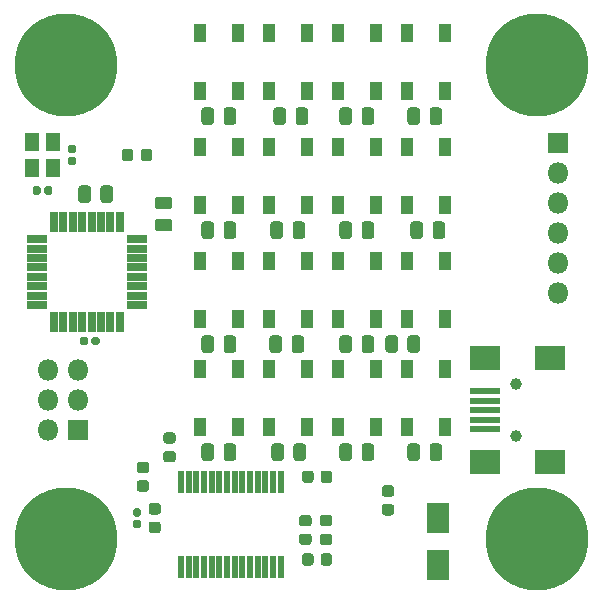
<source format=gbr>
%TF.GenerationSoftware,KiCad,Pcbnew,(5.1.6)-1*%
%TF.CreationDate,2020-07-28T23:07:53-07:00*%
%TF.ProjectId,Atmel,41746d65-6c2e-46b6-9963-61645f706362,rev?*%
%TF.SameCoordinates,Original*%
%TF.FileFunction,Soldermask,Top*%
%TF.FilePolarity,Negative*%
%FSLAX46Y46*%
G04 Gerber Fmt 4.6, Leading zero omitted, Abs format (unit mm)*
G04 Created by KiCad (PCBNEW (5.1.6)-1) date 2020-07-28 23:07:53*
%MOMM*%
%LPD*%
G01*
G04 APERTURE LIST*
%ADD10C,8.700000*%
%ADD11C,1.000000*%
%ADD12R,1.100000X1.600000*%
%ADD13R,1.900000X2.600000*%
%ADD14R,1.800000X1.800000*%
%ADD15O,1.800000X1.800000*%
%ADD16R,2.600000X2.100000*%
%ADD17R,2.600000X0.600000*%
%ADD18R,0.650000X1.700000*%
%ADD19R,1.700000X0.650000*%
%ADD20R,0.550000X1.850000*%
%ADD21R,1.300000X1.500000*%
G04 APERTURE END LIST*
D10*
%TO.C,H4*%
X69850000Y-113030000D03*
D11*
X73075000Y-113030000D03*
X72130419Y-115310419D03*
X69850000Y-116255000D03*
X67569581Y-115310419D03*
X66625000Y-113030000D03*
X67569581Y-110749581D03*
X69850000Y-109805000D03*
X72130419Y-110749581D03*
%TD*%
%TO.C,C1*%
G36*
G01*
X32100000Y-83338750D02*
X32100000Y-84301250D01*
G75*
G02*
X31831250Y-84570000I-268750J0D01*
G01*
X31293750Y-84570000D01*
G75*
G02*
X31025000Y-84301250I0J268750D01*
G01*
X31025000Y-83338750D01*
G75*
G02*
X31293750Y-83070000I268750J0D01*
G01*
X31831250Y-83070000D01*
G75*
G02*
X32100000Y-83338750I0J-268750D01*
G01*
G37*
G36*
G01*
X33975000Y-83338750D02*
X33975000Y-84301250D01*
G75*
G02*
X33706250Y-84570000I-268750J0D01*
G01*
X33168750Y-84570000D01*
G75*
G02*
X32900000Y-84301250I0J268750D01*
G01*
X32900000Y-83338750D01*
G75*
G02*
X33168750Y-83070000I268750J0D01*
G01*
X33706250Y-83070000D01*
G75*
G02*
X33975000Y-83338750I0J-268750D01*
G01*
G37*
%TD*%
%TO.C,C2*%
G36*
G01*
X32140000Y-96447500D02*
X32140000Y-96052500D01*
G75*
G02*
X32312500Y-95880000I172500J0D01*
G01*
X32657500Y-95880000D01*
G75*
G02*
X32830000Y-96052500I0J-172500D01*
G01*
X32830000Y-96447500D01*
G75*
G02*
X32657500Y-96620000I-172500J0D01*
G01*
X32312500Y-96620000D01*
G75*
G02*
X32140000Y-96447500I0J172500D01*
G01*
G37*
G36*
G01*
X31170000Y-96447500D02*
X31170000Y-96052500D01*
G75*
G02*
X31342500Y-95880000I172500J0D01*
G01*
X31687500Y-95880000D01*
G75*
G02*
X31860000Y-96052500I0J-172500D01*
G01*
X31860000Y-96447500D01*
G75*
G02*
X31687500Y-96620000I-172500J0D01*
G01*
X31342500Y-96620000D01*
G75*
G02*
X31170000Y-96447500I0J172500D01*
G01*
G37*
%TD*%
%TO.C,C3*%
G36*
G01*
X28830000Y-83302500D02*
X28830000Y-83697500D01*
G75*
G02*
X28657500Y-83870000I-172500J0D01*
G01*
X28312500Y-83870000D01*
G75*
G02*
X28140000Y-83697500I0J172500D01*
G01*
X28140000Y-83302500D01*
G75*
G02*
X28312500Y-83130000I172500J0D01*
G01*
X28657500Y-83130000D01*
G75*
G02*
X28830000Y-83302500I0J-172500D01*
G01*
G37*
G36*
G01*
X27860000Y-83302500D02*
X27860000Y-83697500D01*
G75*
G02*
X27687500Y-83870000I-172500J0D01*
G01*
X27342500Y-83870000D01*
G75*
G02*
X27170000Y-83697500I0J172500D01*
G01*
X27170000Y-83302500D01*
G75*
G02*
X27342500Y-83130000I172500J0D01*
G01*
X27687500Y-83130000D01*
G75*
G02*
X27860000Y-83302500I0J-172500D01*
G01*
G37*
%TD*%
%TO.C,C4*%
G36*
G01*
X30697500Y-80360000D02*
X30302500Y-80360000D01*
G75*
G02*
X30130000Y-80187500I0J172500D01*
G01*
X30130000Y-79842500D01*
G75*
G02*
X30302500Y-79670000I172500J0D01*
G01*
X30697500Y-79670000D01*
G75*
G02*
X30870000Y-79842500I0J-172500D01*
G01*
X30870000Y-80187500D01*
G75*
G02*
X30697500Y-80360000I-172500J0D01*
G01*
G37*
G36*
G01*
X30697500Y-81330000D02*
X30302500Y-81330000D01*
G75*
G02*
X30130000Y-81157500I0J172500D01*
G01*
X30130000Y-80812500D01*
G75*
G02*
X30302500Y-80640000I172500J0D01*
G01*
X30697500Y-80640000D01*
G75*
G02*
X30870000Y-80812500I0J-172500D01*
G01*
X30870000Y-81157500D01*
G75*
G02*
X30697500Y-81330000I-172500J0D01*
G01*
G37*
%TD*%
%TO.C,C5*%
G36*
G01*
X44401000Y-76734750D02*
X44401000Y-77697250D01*
G75*
G02*
X44132250Y-77966000I-268750J0D01*
G01*
X43594750Y-77966000D01*
G75*
G02*
X43326000Y-77697250I0J268750D01*
G01*
X43326000Y-76734750D01*
G75*
G02*
X43594750Y-76466000I268750J0D01*
G01*
X44132250Y-76466000D01*
G75*
G02*
X44401000Y-76734750I0J-268750D01*
G01*
G37*
G36*
G01*
X42526000Y-76734750D02*
X42526000Y-77697250D01*
G75*
G02*
X42257250Y-77966000I-268750J0D01*
G01*
X41719750Y-77966000D01*
G75*
G02*
X41451000Y-77697250I0J268750D01*
G01*
X41451000Y-76734750D01*
G75*
G02*
X41719750Y-76466000I268750J0D01*
G01*
X42257250Y-76466000D01*
G75*
G02*
X42526000Y-76734750I0J-268750D01*
G01*
G37*
%TD*%
%TO.C,C6*%
G36*
G01*
X48622000Y-76734750D02*
X48622000Y-77697250D01*
G75*
G02*
X48353250Y-77966000I-268750J0D01*
G01*
X47815750Y-77966000D01*
G75*
G02*
X47547000Y-77697250I0J268750D01*
G01*
X47547000Y-76734750D01*
G75*
G02*
X47815750Y-76466000I268750J0D01*
G01*
X48353250Y-76466000D01*
G75*
G02*
X48622000Y-76734750I0J-268750D01*
G01*
G37*
G36*
G01*
X50497000Y-76734750D02*
X50497000Y-77697250D01*
G75*
G02*
X50228250Y-77966000I-268750J0D01*
G01*
X49690750Y-77966000D01*
G75*
G02*
X49422000Y-77697250I0J268750D01*
G01*
X49422000Y-76734750D01*
G75*
G02*
X49690750Y-76466000I268750J0D01*
G01*
X50228250Y-76466000D01*
G75*
G02*
X50497000Y-76734750I0J-268750D01*
G01*
G37*
%TD*%
%TO.C,C7*%
G36*
G01*
X56085000Y-76734750D02*
X56085000Y-77697250D01*
G75*
G02*
X55816250Y-77966000I-268750J0D01*
G01*
X55278750Y-77966000D01*
G75*
G02*
X55010000Y-77697250I0J268750D01*
G01*
X55010000Y-76734750D01*
G75*
G02*
X55278750Y-76466000I268750J0D01*
G01*
X55816250Y-76466000D01*
G75*
G02*
X56085000Y-76734750I0J-268750D01*
G01*
G37*
G36*
G01*
X54210000Y-76734750D02*
X54210000Y-77697250D01*
G75*
G02*
X53941250Y-77966000I-268750J0D01*
G01*
X53403750Y-77966000D01*
G75*
G02*
X53135000Y-77697250I0J268750D01*
G01*
X53135000Y-76734750D01*
G75*
G02*
X53403750Y-76466000I268750J0D01*
G01*
X53941250Y-76466000D01*
G75*
G02*
X54210000Y-76734750I0J-268750D01*
G01*
G37*
%TD*%
%TO.C,C8*%
G36*
G01*
X59973500Y-76734750D02*
X59973500Y-77697250D01*
G75*
G02*
X59704750Y-77966000I-268750J0D01*
G01*
X59167250Y-77966000D01*
G75*
G02*
X58898500Y-77697250I0J268750D01*
G01*
X58898500Y-76734750D01*
G75*
G02*
X59167250Y-76466000I268750J0D01*
G01*
X59704750Y-76466000D01*
G75*
G02*
X59973500Y-76734750I0J-268750D01*
G01*
G37*
G36*
G01*
X61848500Y-76734750D02*
X61848500Y-77697250D01*
G75*
G02*
X61579750Y-77966000I-268750J0D01*
G01*
X61042250Y-77966000D01*
G75*
G02*
X60773500Y-77697250I0J268750D01*
G01*
X60773500Y-76734750D01*
G75*
G02*
X61042250Y-76466000I268750J0D01*
G01*
X61579750Y-76466000D01*
G75*
G02*
X61848500Y-76734750I0J-268750D01*
G01*
G37*
%TD*%
%TO.C,C9*%
G36*
G01*
X47371500Y-106145250D02*
X47371500Y-105182750D01*
G75*
G02*
X47640250Y-104914000I268750J0D01*
G01*
X48177750Y-104914000D01*
G75*
G02*
X48446500Y-105182750I0J-268750D01*
G01*
X48446500Y-106145250D01*
G75*
G02*
X48177750Y-106414000I-268750J0D01*
G01*
X47640250Y-106414000D01*
G75*
G02*
X47371500Y-106145250I0J268750D01*
G01*
G37*
G36*
G01*
X49246500Y-106145250D02*
X49246500Y-105182750D01*
G75*
G02*
X49515250Y-104914000I268750J0D01*
G01*
X50052750Y-104914000D01*
G75*
G02*
X50321500Y-105182750I0J-268750D01*
G01*
X50321500Y-106145250D01*
G75*
G02*
X50052750Y-106414000I-268750J0D01*
G01*
X49515250Y-106414000D01*
G75*
G02*
X49246500Y-106145250I0J268750D01*
G01*
G37*
%TD*%
%TO.C,C10*%
G36*
G01*
X55010000Y-106145250D02*
X55010000Y-105182750D01*
G75*
G02*
X55278750Y-104914000I268750J0D01*
G01*
X55816250Y-104914000D01*
G75*
G02*
X56085000Y-105182750I0J-268750D01*
G01*
X56085000Y-106145250D01*
G75*
G02*
X55816250Y-106414000I-268750J0D01*
G01*
X55278750Y-106414000D01*
G75*
G02*
X55010000Y-106145250I0J268750D01*
G01*
G37*
G36*
G01*
X53135000Y-106145250D02*
X53135000Y-105182750D01*
G75*
G02*
X53403750Y-104914000I268750J0D01*
G01*
X53941250Y-104914000D01*
G75*
G02*
X54210000Y-105182750I0J-268750D01*
G01*
X54210000Y-106145250D01*
G75*
G02*
X53941250Y-106414000I-268750J0D01*
G01*
X53403750Y-106414000D01*
G75*
G02*
X53135000Y-106145250I0J268750D01*
G01*
G37*
%TD*%
%TO.C,C11*%
G36*
G01*
X58898500Y-106145250D02*
X58898500Y-105182750D01*
G75*
G02*
X59167250Y-104914000I268750J0D01*
G01*
X59704750Y-104914000D01*
G75*
G02*
X59973500Y-105182750I0J-268750D01*
G01*
X59973500Y-106145250D01*
G75*
G02*
X59704750Y-106414000I-268750J0D01*
G01*
X59167250Y-106414000D01*
G75*
G02*
X58898500Y-106145250I0J268750D01*
G01*
G37*
G36*
G01*
X60773500Y-106145250D02*
X60773500Y-105182750D01*
G75*
G02*
X61042250Y-104914000I268750J0D01*
G01*
X61579750Y-104914000D01*
G75*
G02*
X61848500Y-105182750I0J-268750D01*
G01*
X61848500Y-106145250D01*
G75*
G02*
X61579750Y-106414000I-268750J0D01*
G01*
X61042250Y-106414000D01*
G75*
G02*
X60773500Y-106145250I0J268750D01*
G01*
G37*
%TD*%
%TO.C,C12*%
G36*
G01*
X44401000Y-86386750D02*
X44401000Y-87349250D01*
G75*
G02*
X44132250Y-87618000I-268750J0D01*
G01*
X43594750Y-87618000D01*
G75*
G02*
X43326000Y-87349250I0J268750D01*
G01*
X43326000Y-86386750D01*
G75*
G02*
X43594750Y-86118000I268750J0D01*
G01*
X44132250Y-86118000D01*
G75*
G02*
X44401000Y-86386750I0J-268750D01*
G01*
G37*
G36*
G01*
X42526000Y-86386750D02*
X42526000Y-87349250D01*
G75*
G02*
X42257250Y-87618000I-268750J0D01*
G01*
X41719750Y-87618000D01*
G75*
G02*
X41451000Y-87349250I0J268750D01*
G01*
X41451000Y-86386750D01*
G75*
G02*
X41719750Y-86118000I268750J0D01*
G01*
X42257250Y-86118000D01*
G75*
G02*
X42526000Y-86386750I0J-268750D01*
G01*
G37*
%TD*%
%TO.C,C13*%
G36*
G01*
X49168000Y-87349250D02*
X49168000Y-86386750D01*
G75*
G02*
X49436750Y-86118000I268750J0D01*
G01*
X49974250Y-86118000D01*
G75*
G02*
X50243000Y-86386750I0J-268750D01*
G01*
X50243000Y-87349250D01*
G75*
G02*
X49974250Y-87618000I-268750J0D01*
G01*
X49436750Y-87618000D01*
G75*
G02*
X49168000Y-87349250I0J268750D01*
G01*
G37*
G36*
G01*
X47293000Y-87349250D02*
X47293000Y-86386750D01*
G75*
G02*
X47561750Y-86118000I268750J0D01*
G01*
X48099250Y-86118000D01*
G75*
G02*
X48368000Y-86386750I0J-268750D01*
G01*
X48368000Y-87349250D01*
G75*
G02*
X48099250Y-87618000I-268750J0D01*
G01*
X47561750Y-87618000D01*
G75*
G02*
X47293000Y-87349250I0J268750D01*
G01*
G37*
%TD*%
%TO.C,C14*%
G36*
G01*
X55010000Y-87349250D02*
X55010000Y-86386750D01*
G75*
G02*
X55278750Y-86118000I268750J0D01*
G01*
X55816250Y-86118000D01*
G75*
G02*
X56085000Y-86386750I0J-268750D01*
G01*
X56085000Y-87349250D01*
G75*
G02*
X55816250Y-87618000I-268750J0D01*
G01*
X55278750Y-87618000D01*
G75*
G02*
X55010000Y-87349250I0J268750D01*
G01*
G37*
G36*
G01*
X53135000Y-87349250D02*
X53135000Y-86386750D01*
G75*
G02*
X53403750Y-86118000I268750J0D01*
G01*
X53941250Y-86118000D01*
G75*
G02*
X54210000Y-86386750I0J-268750D01*
G01*
X54210000Y-87349250D01*
G75*
G02*
X53941250Y-87618000I-268750J0D01*
G01*
X53403750Y-87618000D01*
G75*
G02*
X53135000Y-87349250I0J268750D01*
G01*
G37*
%TD*%
%TO.C,C15*%
G36*
G01*
X59152500Y-87349250D02*
X59152500Y-86386750D01*
G75*
G02*
X59421250Y-86118000I268750J0D01*
G01*
X59958750Y-86118000D01*
G75*
G02*
X60227500Y-86386750I0J-268750D01*
G01*
X60227500Y-87349250D01*
G75*
G02*
X59958750Y-87618000I-268750J0D01*
G01*
X59421250Y-87618000D01*
G75*
G02*
X59152500Y-87349250I0J268750D01*
G01*
G37*
G36*
G01*
X61027500Y-87349250D02*
X61027500Y-86386750D01*
G75*
G02*
X61296250Y-86118000I268750J0D01*
G01*
X61833750Y-86118000D01*
G75*
G02*
X62102500Y-86386750I0J-268750D01*
G01*
X62102500Y-87349250D01*
G75*
G02*
X61833750Y-87618000I-268750J0D01*
G01*
X61296250Y-87618000D01*
G75*
G02*
X61027500Y-87349250I0J268750D01*
G01*
G37*
%TD*%
%TO.C,C16*%
G36*
G01*
X41451000Y-97001250D02*
X41451000Y-96038750D01*
G75*
G02*
X41719750Y-95770000I268750J0D01*
G01*
X42257250Y-95770000D01*
G75*
G02*
X42526000Y-96038750I0J-268750D01*
G01*
X42526000Y-97001250D01*
G75*
G02*
X42257250Y-97270000I-268750J0D01*
G01*
X41719750Y-97270000D01*
G75*
G02*
X41451000Y-97001250I0J268750D01*
G01*
G37*
G36*
G01*
X43326000Y-97001250D02*
X43326000Y-96038750D01*
G75*
G02*
X43594750Y-95770000I268750J0D01*
G01*
X44132250Y-95770000D01*
G75*
G02*
X44401000Y-96038750I0J-268750D01*
G01*
X44401000Y-97001250D01*
G75*
G02*
X44132250Y-97270000I-268750J0D01*
G01*
X43594750Y-97270000D01*
G75*
G02*
X43326000Y-97001250I0J268750D01*
G01*
G37*
%TD*%
%TO.C,C17*%
G36*
G01*
X49089500Y-97001250D02*
X49089500Y-96038750D01*
G75*
G02*
X49358250Y-95770000I268750J0D01*
G01*
X49895750Y-95770000D01*
G75*
G02*
X50164500Y-96038750I0J-268750D01*
G01*
X50164500Y-97001250D01*
G75*
G02*
X49895750Y-97270000I-268750J0D01*
G01*
X49358250Y-97270000D01*
G75*
G02*
X49089500Y-97001250I0J268750D01*
G01*
G37*
G36*
G01*
X47214500Y-97001250D02*
X47214500Y-96038750D01*
G75*
G02*
X47483250Y-95770000I268750J0D01*
G01*
X48020750Y-95770000D01*
G75*
G02*
X48289500Y-96038750I0J-268750D01*
G01*
X48289500Y-97001250D01*
G75*
G02*
X48020750Y-97270000I-268750J0D01*
G01*
X47483250Y-97270000D01*
G75*
G02*
X47214500Y-97001250I0J268750D01*
G01*
G37*
%TD*%
%TO.C,C18*%
G36*
G01*
X53135000Y-97001250D02*
X53135000Y-96038750D01*
G75*
G02*
X53403750Y-95770000I268750J0D01*
G01*
X53941250Y-95770000D01*
G75*
G02*
X54210000Y-96038750I0J-268750D01*
G01*
X54210000Y-97001250D01*
G75*
G02*
X53941250Y-97270000I-268750J0D01*
G01*
X53403750Y-97270000D01*
G75*
G02*
X53135000Y-97001250I0J268750D01*
G01*
G37*
G36*
G01*
X55010000Y-97001250D02*
X55010000Y-96038750D01*
G75*
G02*
X55278750Y-95770000I268750J0D01*
G01*
X55816250Y-95770000D01*
G75*
G02*
X56085000Y-96038750I0J-268750D01*
G01*
X56085000Y-97001250D01*
G75*
G02*
X55816250Y-97270000I-268750J0D01*
G01*
X55278750Y-97270000D01*
G75*
G02*
X55010000Y-97001250I0J268750D01*
G01*
G37*
%TD*%
%TO.C,C19*%
G36*
G01*
X58900000Y-96981250D02*
X58900000Y-96018750D01*
G75*
G02*
X59168750Y-95750000I268750J0D01*
G01*
X59706250Y-95750000D01*
G75*
G02*
X59975000Y-96018750I0J-268750D01*
G01*
X59975000Y-96981250D01*
G75*
G02*
X59706250Y-97250000I-268750J0D01*
G01*
X59168750Y-97250000D01*
G75*
G02*
X58900000Y-96981250I0J268750D01*
G01*
G37*
G36*
G01*
X57025000Y-96981250D02*
X57025000Y-96018750D01*
G75*
G02*
X57293750Y-95750000I268750J0D01*
G01*
X57831250Y-95750000D01*
G75*
G02*
X58100000Y-96018750I0J-268750D01*
G01*
X58100000Y-96981250D01*
G75*
G02*
X57831250Y-97250000I-268750J0D01*
G01*
X57293750Y-97250000D01*
G75*
G02*
X57025000Y-96981250I0J268750D01*
G01*
G37*
%TD*%
%TO.C,C20*%
G36*
G01*
X41451000Y-106145250D02*
X41451000Y-105182750D01*
G75*
G02*
X41719750Y-104914000I268750J0D01*
G01*
X42257250Y-104914000D01*
G75*
G02*
X42526000Y-105182750I0J-268750D01*
G01*
X42526000Y-106145250D01*
G75*
G02*
X42257250Y-106414000I-268750J0D01*
G01*
X41719750Y-106414000D01*
G75*
G02*
X41451000Y-106145250I0J268750D01*
G01*
G37*
G36*
G01*
X43326000Y-106145250D02*
X43326000Y-105182750D01*
G75*
G02*
X43594750Y-104914000I268750J0D01*
G01*
X44132250Y-104914000D01*
G75*
G02*
X44401000Y-105182750I0J-268750D01*
G01*
X44401000Y-106145250D01*
G75*
G02*
X44132250Y-106414000I-268750J0D01*
G01*
X43594750Y-106414000D01*
G75*
G02*
X43326000Y-106145250I0J268750D01*
G01*
G37*
%TD*%
%TO.C,C21*%
G36*
G01*
X57531250Y-109450000D02*
X56968750Y-109450000D01*
G75*
G02*
X56725000Y-109206250I0J243750D01*
G01*
X56725000Y-108718750D01*
G75*
G02*
X56968750Y-108475000I243750J0D01*
G01*
X57531250Y-108475000D01*
G75*
G02*
X57775000Y-108718750I0J-243750D01*
G01*
X57775000Y-109206250D01*
G75*
G02*
X57531250Y-109450000I-243750J0D01*
G01*
G37*
G36*
G01*
X57531250Y-111025000D02*
X56968750Y-111025000D01*
G75*
G02*
X56725000Y-110781250I0J243750D01*
G01*
X56725000Y-110293750D01*
G75*
G02*
X56968750Y-110050000I243750J0D01*
G01*
X57531250Y-110050000D01*
G75*
G02*
X57775000Y-110293750I0J-243750D01*
G01*
X57775000Y-110781250D01*
G75*
G02*
X57531250Y-111025000I-243750J0D01*
G01*
G37*
%TD*%
%TO.C,C22*%
G36*
G01*
X35802500Y-110420000D02*
X36197500Y-110420000D01*
G75*
G02*
X36370000Y-110592500I0J-172500D01*
G01*
X36370000Y-110937500D01*
G75*
G02*
X36197500Y-111110000I-172500J0D01*
G01*
X35802500Y-111110000D01*
G75*
G02*
X35630000Y-110937500I0J172500D01*
G01*
X35630000Y-110592500D01*
G75*
G02*
X35802500Y-110420000I172500J0D01*
G01*
G37*
G36*
G01*
X35802500Y-111390000D02*
X36197500Y-111390000D01*
G75*
G02*
X36370000Y-111562500I0J-172500D01*
G01*
X36370000Y-111907500D01*
G75*
G02*
X36197500Y-112080000I-172500J0D01*
G01*
X35802500Y-112080000D01*
G75*
G02*
X35630000Y-111907500I0J172500D01*
G01*
X35630000Y-111562500D01*
G75*
G02*
X35802500Y-111390000I172500J0D01*
G01*
G37*
%TD*%
%TO.C,C23*%
G36*
G01*
X37781250Y-112525000D02*
X37218750Y-112525000D01*
G75*
G02*
X36975000Y-112281250I0J243750D01*
G01*
X36975000Y-111793750D01*
G75*
G02*
X37218750Y-111550000I243750J0D01*
G01*
X37781250Y-111550000D01*
G75*
G02*
X38025000Y-111793750I0J-243750D01*
G01*
X38025000Y-112281250D01*
G75*
G02*
X37781250Y-112525000I-243750J0D01*
G01*
G37*
G36*
G01*
X37781250Y-110950000D02*
X37218750Y-110950000D01*
G75*
G02*
X36975000Y-110706250I0J243750D01*
G01*
X36975000Y-110218750D01*
G75*
G02*
X37218750Y-109975000I243750J0D01*
G01*
X37781250Y-109975000D01*
G75*
G02*
X38025000Y-110218750I0J-243750D01*
G01*
X38025000Y-110706250D01*
G75*
G02*
X37781250Y-110950000I-243750J0D01*
G01*
G37*
%TD*%
D12*
%TO.C,D1*%
X41326000Y-75094000D03*
X44526000Y-75094000D03*
X41326000Y-70194000D03*
X44526000Y-70194000D03*
%TD*%
%TO.C,D2*%
X50368000Y-70194000D03*
X47168000Y-70194000D03*
X50368000Y-75094000D03*
X47168000Y-75094000D03*
%TD*%
%TO.C,D3*%
X53010000Y-75094000D03*
X56210000Y-75094000D03*
X53010000Y-70194000D03*
X56210000Y-70194000D03*
%TD*%
%TO.C,D4*%
X62052000Y-70194000D03*
X58852000Y-70194000D03*
X62052000Y-75094000D03*
X58852000Y-75094000D03*
%TD*%
%TO.C,D5*%
X62052000Y-79846000D03*
X58852000Y-79846000D03*
X62052000Y-84746000D03*
X58852000Y-84746000D03*
%TD*%
%TO.C,D6*%
X53010000Y-84746000D03*
X56210000Y-84746000D03*
X53010000Y-79846000D03*
X56210000Y-79846000D03*
%TD*%
%TO.C,D7*%
X50368000Y-79846000D03*
X47168000Y-79846000D03*
X50368000Y-84746000D03*
X47168000Y-84746000D03*
%TD*%
%TO.C,D8*%
X41326000Y-84746000D03*
X44526000Y-84746000D03*
X41326000Y-79846000D03*
X44526000Y-79846000D03*
%TD*%
%TO.C,D9*%
X44526000Y-89498000D03*
X41326000Y-89498000D03*
X44526000Y-94398000D03*
X41326000Y-94398000D03*
%TD*%
%TO.C,D10*%
X47168000Y-94398000D03*
X50368000Y-94398000D03*
X47168000Y-89498000D03*
X50368000Y-89498000D03*
%TD*%
%TO.C,D11*%
X56210000Y-89498000D03*
X53010000Y-89498000D03*
X56210000Y-94398000D03*
X53010000Y-94398000D03*
%TD*%
%TO.C,D12*%
X58852000Y-94398000D03*
X62052000Y-94398000D03*
X58852000Y-89498000D03*
X62052000Y-89498000D03*
%TD*%
%TO.C,D13*%
X62052000Y-98642000D03*
X58852000Y-98642000D03*
X62052000Y-103542000D03*
X58852000Y-103542000D03*
%TD*%
%TO.C,D14*%
X53010000Y-103542000D03*
X56210000Y-103542000D03*
X53010000Y-98642000D03*
X56210000Y-98642000D03*
%TD*%
%TO.C,D15*%
X50368000Y-98642000D03*
X47168000Y-98642000D03*
X50368000Y-103542000D03*
X47168000Y-103542000D03*
%TD*%
%TO.C,D16*%
X41326000Y-103542000D03*
X44526000Y-103542000D03*
X41326000Y-98642000D03*
X44526000Y-98642000D03*
%TD*%
%TO.C,D17*%
G36*
G01*
X51550000Y-115031250D02*
X51550000Y-114468750D01*
G75*
G02*
X51793750Y-114225000I243750J0D01*
G01*
X52281250Y-114225000D01*
G75*
G02*
X52525000Y-114468750I0J-243750D01*
G01*
X52525000Y-115031250D01*
G75*
G02*
X52281250Y-115275000I-243750J0D01*
G01*
X51793750Y-115275000D01*
G75*
G02*
X51550000Y-115031250I0J243750D01*
G01*
G37*
G36*
G01*
X49975000Y-115031250D02*
X49975000Y-114468750D01*
G75*
G02*
X50218750Y-114225000I243750J0D01*
G01*
X50706250Y-114225000D01*
G75*
G02*
X50950000Y-114468750I0J-243750D01*
G01*
X50950000Y-115031250D01*
G75*
G02*
X50706250Y-115275000I-243750J0D01*
G01*
X50218750Y-115275000D01*
G75*
G02*
X49975000Y-115031250I0J243750D01*
G01*
G37*
%TD*%
D13*
%TO.C,D18*%
X61468000Y-115252000D03*
X61468000Y-111252000D03*
%TD*%
%TO.C,D19*%
G36*
G01*
X51718750Y-110975000D02*
X52281250Y-110975000D01*
G75*
G02*
X52525000Y-111218750I0J-243750D01*
G01*
X52525000Y-111706250D01*
G75*
G02*
X52281250Y-111950000I-243750J0D01*
G01*
X51718750Y-111950000D01*
G75*
G02*
X51475000Y-111706250I0J243750D01*
G01*
X51475000Y-111218750D01*
G75*
G02*
X51718750Y-110975000I243750J0D01*
G01*
G37*
G36*
G01*
X51718750Y-112550000D02*
X52281250Y-112550000D01*
G75*
G02*
X52525000Y-112793750I0J-243750D01*
G01*
X52525000Y-113281250D01*
G75*
G02*
X52281250Y-113525000I-243750J0D01*
G01*
X51718750Y-113525000D01*
G75*
G02*
X51475000Y-113281250I0J243750D01*
G01*
X51475000Y-112793750D01*
G75*
G02*
X51718750Y-112550000I243750J0D01*
G01*
G37*
%TD*%
D11*
%TO.C,H1*%
X32252419Y-70617581D03*
X29972000Y-69673000D03*
X27691581Y-70617581D03*
X26747000Y-72898000D03*
X27691581Y-75178419D03*
X29972000Y-76123000D03*
X32252419Y-75178419D03*
X33197000Y-72898000D03*
D10*
X29972000Y-72898000D03*
%TD*%
%TO.C,H2*%
X69850000Y-72898000D03*
D11*
X73075000Y-72898000D03*
X72130419Y-75178419D03*
X69850000Y-76123000D03*
X67569581Y-75178419D03*
X66625000Y-72898000D03*
X67569581Y-70617581D03*
X69850000Y-69673000D03*
X72130419Y-70617581D03*
%TD*%
%TO.C,H3*%
X32246838Y-110744000D03*
X29966419Y-109799419D03*
X27686000Y-110744000D03*
X26741419Y-113024419D03*
X27686000Y-115304838D03*
X29966419Y-116249419D03*
X32246838Y-115304838D03*
X33191419Y-113024419D03*
D10*
X29966419Y-113024419D03*
%TD*%
D14*
%TO.C,J1*%
X31000000Y-103750000D03*
D15*
X28460000Y-103750000D03*
X31000000Y-101210000D03*
X28460000Y-101210000D03*
X31000000Y-98670000D03*
X28460000Y-98670000D03*
%TD*%
D14*
%TO.C,J2*%
X71628000Y-79500000D03*
D15*
X71628000Y-82040000D03*
X71628000Y-84580000D03*
X71628000Y-87120000D03*
X71628000Y-89660000D03*
X71628000Y-92200000D03*
%TD*%
D16*
%TO.C,J3*%
X70972000Y-106508000D03*
X70972000Y-97708000D03*
X65472000Y-106508000D03*
X65472000Y-97708000D03*
D17*
X65472000Y-103708000D03*
X65472000Y-102908000D03*
X65472000Y-102108000D03*
X65472000Y-101308000D03*
X65472000Y-100508000D03*
D11*
X68072000Y-104308000D03*
X68072000Y-99908000D03*
%TD*%
%TO.C,R1*%
G36*
G01*
X34725000Y-80781250D02*
X34725000Y-80218750D01*
G75*
G02*
X34968750Y-79975000I243750J0D01*
G01*
X35456250Y-79975000D01*
G75*
G02*
X35700000Y-80218750I0J-243750D01*
G01*
X35700000Y-80781250D01*
G75*
G02*
X35456250Y-81025000I-243750J0D01*
G01*
X34968750Y-81025000D01*
G75*
G02*
X34725000Y-80781250I0J243750D01*
G01*
G37*
G36*
G01*
X36300000Y-80781250D02*
X36300000Y-80218750D01*
G75*
G02*
X36543750Y-79975000I243750J0D01*
G01*
X37031250Y-79975000D01*
G75*
G02*
X37275000Y-80218750I0J-243750D01*
G01*
X37275000Y-80781250D01*
G75*
G02*
X37031250Y-81025000I-243750J0D01*
G01*
X36543750Y-81025000D01*
G75*
G02*
X36300000Y-80781250I0J243750D01*
G01*
G37*
%TD*%
%TO.C,R2*%
G36*
G01*
X38468750Y-103975000D02*
X39031250Y-103975000D01*
G75*
G02*
X39275000Y-104218750I0J-243750D01*
G01*
X39275000Y-104706250D01*
G75*
G02*
X39031250Y-104950000I-243750J0D01*
G01*
X38468750Y-104950000D01*
G75*
G02*
X38225000Y-104706250I0J243750D01*
G01*
X38225000Y-104218750D01*
G75*
G02*
X38468750Y-103975000I243750J0D01*
G01*
G37*
G36*
G01*
X38468750Y-105550000D02*
X39031250Y-105550000D01*
G75*
G02*
X39275000Y-105793750I0J-243750D01*
G01*
X39275000Y-106281250D01*
G75*
G02*
X39031250Y-106525000I-243750J0D01*
G01*
X38468750Y-106525000D01*
G75*
G02*
X38225000Y-106281250I0J243750D01*
G01*
X38225000Y-105793750D01*
G75*
G02*
X38468750Y-105550000I243750J0D01*
G01*
G37*
%TD*%
%TO.C,R3*%
G36*
G01*
X36218750Y-108050000D02*
X36781250Y-108050000D01*
G75*
G02*
X37025000Y-108293750I0J-243750D01*
G01*
X37025000Y-108781250D01*
G75*
G02*
X36781250Y-109025000I-243750J0D01*
G01*
X36218750Y-109025000D01*
G75*
G02*
X35975000Y-108781250I0J243750D01*
G01*
X35975000Y-108293750D01*
G75*
G02*
X36218750Y-108050000I243750J0D01*
G01*
G37*
G36*
G01*
X36218750Y-106475000D02*
X36781250Y-106475000D01*
G75*
G02*
X37025000Y-106718750I0J-243750D01*
G01*
X37025000Y-107206250D01*
G75*
G02*
X36781250Y-107450000I-243750J0D01*
G01*
X36218750Y-107450000D01*
G75*
G02*
X35975000Y-107206250I0J243750D01*
G01*
X35975000Y-106718750D01*
G75*
G02*
X36218750Y-106475000I243750J0D01*
G01*
G37*
%TD*%
%TO.C,R4*%
G36*
G01*
X50531250Y-113525000D02*
X49968750Y-113525000D01*
G75*
G02*
X49725000Y-113281250I0J243750D01*
G01*
X49725000Y-112793750D01*
G75*
G02*
X49968750Y-112550000I243750J0D01*
G01*
X50531250Y-112550000D01*
G75*
G02*
X50775000Y-112793750I0J-243750D01*
G01*
X50775000Y-113281250D01*
G75*
G02*
X50531250Y-113525000I-243750J0D01*
G01*
G37*
G36*
G01*
X50531250Y-111950000D02*
X49968750Y-111950000D01*
G75*
G02*
X49725000Y-111706250I0J243750D01*
G01*
X49725000Y-111218750D01*
G75*
G02*
X49968750Y-110975000I243750J0D01*
G01*
X50531250Y-110975000D01*
G75*
G02*
X50775000Y-111218750I0J-243750D01*
G01*
X50775000Y-111706250D01*
G75*
G02*
X50531250Y-111950000I-243750J0D01*
G01*
G37*
%TD*%
%TO.C,R5*%
G36*
G01*
X50950000Y-107468750D02*
X50950000Y-108031250D01*
G75*
G02*
X50706250Y-108275000I-243750J0D01*
G01*
X50218750Y-108275000D01*
G75*
G02*
X49975000Y-108031250I0J243750D01*
G01*
X49975000Y-107468750D01*
G75*
G02*
X50218750Y-107225000I243750J0D01*
G01*
X50706250Y-107225000D01*
G75*
G02*
X50950000Y-107468750I0J-243750D01*
G01*
G37*
G36*
G01*
X52525000Y-107468750D02*
X52525000Y-108031250D01*
G75*
G02*
X52281250Y-108275000I-243750J0D01*
G01*
X51793750Y-108275000D01*
G75*
G02*
X51550000Y-108031250I0J243750D01*
G01*
X51550000Y-107468750D01*
G75*
G02*
X51793750Y-107225000I243750J0D01*
G01*
X52281250Y-107225000D01*
G75*
G02*
X52525000Y-107468750I0J-243750D01*
G01*
G37*
%TD*%
%TO.C,R6*%
G36*
G01*
X37768750Y-84025000D02*
X38731250Y-84025000D01*
G75*
G02*
X39000000Y-84293750I0J-268750D01*
G01*
X39000000Y-84831250D01*
G75*
G02*
X38731250Y-85100000I-268750J0D01*
G01*
X37768750Y-85100000D01*
G75*
G02*
X37500000Y-84831250I0J268750D01*
G01*
X37500000Y-84293750D01*
G75*
G02*
X37768750Y-84025000I268750J0D01*
G01*
G37*
G36*
G01*
X37768750Y-85900000D02*
X38731250Y-85900000D01*
G75*
G02*
X39000000Y-86168750I0J-268750D01*
G01*
X39000000Y-86706250D01*
G75*
G02*
X38731250Y-86975000I-268750J0D01*
G01*
X37768750Y-86975000D01*
G75*
G02*
X37500000Y-86706250I0J268750D01*
G01*
X37500000Y-86168750D01*
G75*
G02*
X37768750Y-85900000I268750J0D01*
G01*
G37*
%TD*%
D18*
%TO.C,U1*%
X34550000Y-86174000D03*
X33750000Y-86174000D03*
X32950000Y-86174000D03*
X32150000Y-86174000D03*
X31350000Y-86174000D03*
X30550000Y-86174000D03*
X29750000Y-86174000D03*
X28950000Y-86174000D03*
D19*
X27500000Y-87624000D03*
X27500000Y-88424000D03*
X27500000Y-89224000D03*
X27500000Y-90024000D03*
X27500000Y-90824000D03*
X27500000Y-91624000D03*
X27500000Y-92424000D03*
X27500000Y-93224000D03*
D18*
X28950000Y-94674000D03*
X29750000Y-94674000D03*
X30550000Y-94674000D03*
X31350000Y-94674000D03*
X32150000Y-94674000D03*
X32950000Y-94674000D03*
X33750000Y-94674000D03*
X34550000Y-94674000D03*
D19*
X36000000Y-93224000D03*
X36000000Y-92424000D03*
X36000000Y-91624000D03*
X36000000Y-90824000D03*
X36000000Y-90024000D03*
X36000000Y-89224000D03*
X36000000Y-88424000D03*
X36000000Y-87624000D03*
%TD*%
D20*
%TO.C,U2*%
X39717000Y-115360000D03*
X40367000Y-115360000D03*
X41017000Y-115360000D03*
X41667000Y-115360000D03*
X42317000Y-115360000D03*
X42967000Y-115360000D03*
X43617000Y-115360000D03*
X44267000Y-115360000D03*
X44917000Y-115360000D03*
X45567000Y-115360000D03*
X46217000Y-115360000D03*
X46867000Y-115360000D03*
X47517000Y-115360000D03*
X48167000Y-115360000D03*
X48167000Y-108160000D03*
X47517000Y-108160000D03*
X46867000Y-108160000D03*
X46217000Y-108160000D03*
X45567000Y-108160000D03*
X44917000Y-108160000D03*
X44267000Y-108160000D03*
X43617000Y-108160000D03*
X42967000Y-108160000D03*
X42317000Y-108160000D03*
X41667000Y-108160000D03*
X41017000Y-108160000D03*
X40367000Y-108160000D03*
X39717000Y-108160000D03*
%TD*%
D21*
%TO.C,Y1*%
X28850000Y-81600000D03*
X28850000Y-79400000D03*
X27150000Y-79400000D03*
X27150000Y-81600000D03*
%TD*%
M02*

</source>
